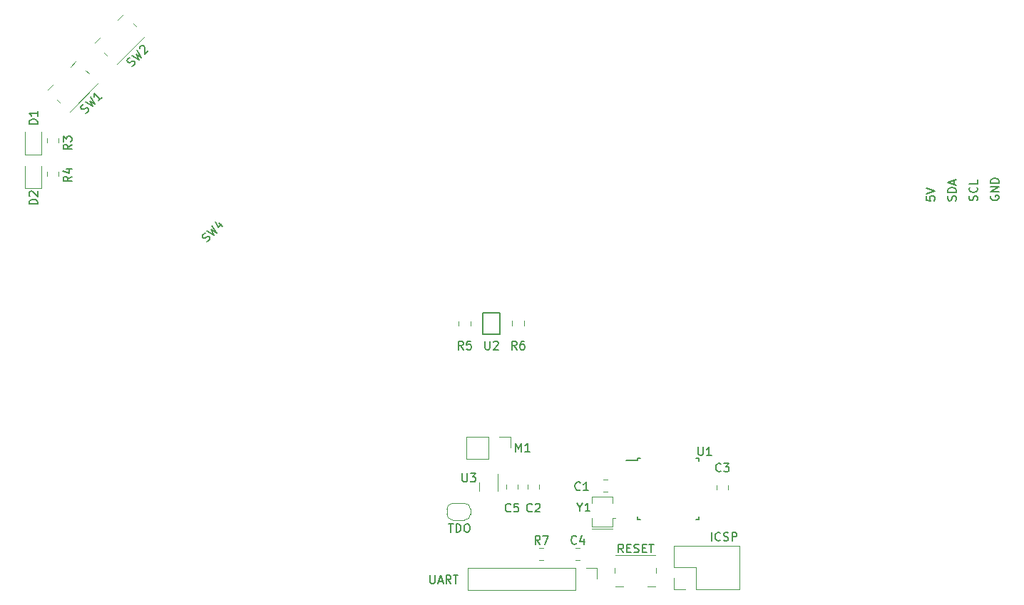
<source format=gbr>
G04 #@! TF.GenerationSoftware,KiCad,Pcbnew,(5.1.5-0-10_14)*
G04 #@! TF.CreationDate,2020-04-05T12:42:30-04:00*
G04 #@! TF.ProjectId,mobo,6d6f626f-2e6b-4696-9361-645f70636258,rev?*
G04 #@! TF.SameCoordinates,Original*
G04 #@! TF.FileFunction,Legend,Top*
G04 #@! TF.FilePolarity,Positive*
%FSLAX46Y46*%
G04 Gerber Fmt 4.6, Leading zero omitted, Abs format (unit mm)*
G04 Created by KiCad (PCBNEW (5.1.5-0-10_14)) date 2020-04-05 12:42:30*
%MOMM*%
%LPD*%
G04 APERTURE LIST*
%ADD10C,0.150000*%
%ADD11C,0.200000*%
%ADD12C,0.120000*%
G04 APERTURE END LIST*
D10*
X148247619Y-167952380D02*
X147914285Y-167476190D01*
X147676190Y-167952380D02*
X147676190Y-166952380D01*
X148057142Y-166952380D01*
X148152380Y-167000000D01*
X148200000Y-167047619D01*
X148247619Y-167142857D01*
X148247619Y-167285714D01*
X148200000Y-167380952D01*
X148152380Y-167428571D01*
X148057142Y-167476190D01*
X147676190Y-167476190D01*
X148676190Y-167428571D02*
X149009523Y-167428571D01*
X149152380Y-167952380D02*
X148676190Y-167952380D01*
X148676190Y-166952380D01*
X149152380Y-166952380D01*
X149533333Y-167904761D02*
X149676190Y-167952380D01*
X149914285Y-167952380D01*
X150009523Y-167904761D01*
X150057142Y-167857142D01*
X150104761Y-167761904D01*
X150104761Y-167666666D01*
X150057142Y-167571428D01*
X150009523Y-167523809D01*
X149914285Y-167476190D01*
X149723809Y-167428571D01*
X149628571Y-167380952D01*
X149580952Y-167333333D01*
X149533333Y-167238095D01*
X149533333Y-167142857D01*
X149580952Y-167047619D01*
X149628571Y-167000000D01*
X149723809Y-166952380D01*
X149961904Y-166952380D01*
X150104761Y-167000000D01*
X150533333Y-167428571D02*
X150866666Y-167428571D01*
X151009523Y-167952380D02*
X150533333Y-167952380D01*
X150533333Y-166952380D01*
X151009523Y-166952380D01*
X151295238Y-166952380D02*
X151866666Y-166952380D01*
X151580952Y-167952380D02*
X151580952Y-166952380D01*
X158723809Y-166552380D02*
X158723809Y-165552380D01*
X159771428Y-166457142D02*
X159723809Y-166504761D01*
X159580952Y-166552380D01*
X159485714Y-166552380D01*
X159342857Y-166504761D01*
X159247619Y-166409523D01*
X159200000Y-166314285D01*
X159152380Y-166123809D01*
X159152380Y-165980952D01*
X159200000Y-165790476D01*
X159247619Y-165695238D01*
X159342857Y-165600000D01*
X159485714Y-165552380D01*
X159580952Y-165552380D01*
X159723809Y-165600000D01*
X159771428Y-165647619D01*
X160152380Y-166504761D02*
X160295238Y-166552380D01*
X160533333Y-166552380D01*
X160628571Y-166504761D01*
X160676190Y-166457142D01*
X160723809Y-166361904D01*
X160723809Y-166266666D01*
X160676190Y-166171428D01*
X160628571Y-166123809D01*
X160533333Y-166076190D01*
X160342857Y-166028571D01*
X160247619Y-165980952D01*
X160200000Y-165933333D01*
X160152380Y-165838095D01*
X160152380Y-165742857D01*
X160200000Y-165647619D01*
X160247619Y-165600000D01*
X160342857Y-165552380D01*
X160580952Y-165552380D01*
X160723809Y-165600000D01*
X161152380Y-166552380D02*
X161152380Y-165552380D01*
X161533333Y-165552380D01*
X161628571Y-165600000D01*
X161676190Y-165647619D01*
X161723809Y-165742857D01*
X161723809Y-165885714D01*
X161676190Y-165980952D01*
X161628571Y-166028571D01*
X161533333Y-166076190D01*
X161152380Y-166076190D01*
X127490476Y-164552380D02*
X128061904Y-164552380D01*
X127776190Y-165552380D02*
X127776190Y-164552380D01*
X128395238Y-165552380D02*
X128395238Y-164552380D01*
X128633333Y-164552380D01*
X128776190Y-164600000D01*
X128871428Y-164695238D01*
X128919047Y-164790476D01*
X128966666Y-164980952D01*
X128966666Y-165123809D01*
X128919047Y-165314285D01*
X128871428Y-165409523D01*
X128776190Y-165504761D01*
X128633333Y-165552380D01*
X128395238Y-165552380D01*
X129585714Y-164552380D02*
X129776190Y-164552380D01*
X129871428Y-164600000D01*
X129966666Y-164695238D01*
X130014285Y-164885714D01*
X130014285Y-165219047D01*
X129966666Y-165409523D01*
X129871428Y-165504761D01*
X129776190Y-165552380D01*
X129585714Y-165552380D01*
X129490476Y-165504761D01*
X129395238Y-165409523D01*
X129347619Y-165219047D01*
X129347619Y-164885714D01*
X129395238Y-164695238D01*
X129490476Y-164600000D01*
X129585714Y-164552380D01*
X125304761Y-170652380D02*
X125304761Y-171461904D01*
X125352380Y-171557142D01*
X125400000Y-171604761D01*
X125495238Y-171652380D01*
X125685714Y-171652380D01*
X125780952Y-171604761D01*
X125828571Y-171557142D01*
X125876190Y-171461904D01*
X125876190Y-170652380D01*
X126304761Y-171366666D02*
X126780952Y-171366666D01*
X126209523Y-171652380D02*
X126542857Y-170652380D01*
X126876190Y-171652380D01*
X127780952Y-171652380D02*
X127447619Y-171176190D01*
X127209523Y-171652380D02*
X127209523Y-170652380D01*
X127590476Y-170652380D01*
X127685714Y-170700000D01*
X127733333Y-170747619D01*
X127780952Y-170842857D01*
X127780952Y-170985714D01*
X127733333Y-171080952D01*
X127685714Y-171128571D01*
X127590476Y-171176190D01*
X127209523Y-171176190D01*
X128066666Y-170652380D02*
X128638095Y-170652380D01*
X128352380Y-171652380D02*
X128352380Y-170652380D01*
D11*
X191899000Y-125565904D02*
X191851380Y-125661142D01*
X191851380Y-125804000D01*
X191899000Y-125946857D01*
X191994238Y-126042095D01*
X192089476Y-126089714D01*
X192279952Y-126137333D01*
X192422809Y-126137333D01*
X192613285Y-126089714D01*
X192708523Y-126042095D01*
X192803761Y-125946857D01*
X192851380Y-125804000D01*
X192851380Y-125708761D01*
X192803761Y-125565904D01*
X192756142Y-125518285D01*
X192422809Y-125518285D01*
X192422809Y-125708761D01*
X192851380Y-125089714D02*
X191851380Y-125089714D01*
X192851380Y-124518285D01*
X191851380Y-124518285D01*
X192851380Y-124042095D02*
X191851380Y-124042095D01*
X191851380Y-123804000D01*
X191899000Y-123661142D01*
X191994238Y-123565904D01*
X192089476Y-123518285D01*
X192279952Y-123470666D01*
X192422809Y-123470666D01*
X192613285Y-123518285D01*
X192708523Y-123565904D01*
X192803761Y-123661142D01*
X192851380Y-123804000D01*
X192851380Y-124042095D01*
X190263761Y-126121476D02*
X190311380Y-125978619D01*
X190311380Y-125740523D01*
X190263761Y-125645285D01*
X190216142Y-125597666D01*
X190120904Y-125550047D01*
X190025666Y-125550047D01*
X189930428Y-125597666D01*
X189882809Y-125645285D01*
X189835190Y-125740523D01*
X189787571Y-125931000D01*
X189739952Y-126026238D01*
X189692333Y-126073857D01*
X189597095Y-126121476D01*
X189501857Y-126121476D01*
X189406619Y-126073857D01*
X189359000Y-126026238D01*
X189311380Y-125931000D01*
X189311380Y-125692904D01*
X189359000Y-125550047D01*
X190216142Y-124550047D02*
X190263761Y-124597666D01*
X190311380Y-124740523D01*
X190311380Y-124835761D01*
X190263761Y-124978619D01*
X190168523Y-125073857D01*
X190073285Y-125121476D01*
X189882809Y-125169095D01*
X189739952Y-125169095D01*
X189549476Y-125121476D01*
X189454238Y-125073857D01*
X189359000Y-124978619D01*
X189311380Y-124835761D01*
X189311380Y-124740523D01*
X189359000Y-124597666D01*
X189406619Y-124550047D01*
X190311380Y-123645285D02*
X190311380Y-124121476D01*
X189311380Y-124121476D01*
X187723761Y-126145285D02*
X187771380Y-126002428D01*
X187771380Y-125764333D01*
X187723761Y-125669095D01*
X187676142Y-125621476D01*
X187580904Y-125573857D01*
X187485666Y-125573857D01*
X187390428Y-125621476D01*
X187342809Y-125669095D01*
X187295190Y-125764333D01*
X187247571Y-125954809D01*
X187199952Y-126050047D01*
X187152333Y-126097666D01*
X187057095Y-126145285D01*
X186961857Y-126145285D01*
X186866619Y-126097666D01*
X186819000Y-126050047D01*
X186771380Y-125954809D01*
X186771380Y-125716714D01*
X186819000Y-125573857D01*
X187771380Y-125145285D02*
X186771380Y-125145285D01*
X186771380Y-124907190D01*
X186819000Y-124764333D01*
X186914238Y-124669095D01*
X187009476Y-124621476D01*
X187199952Y-124573857D01*
X187342809Y-124573857D01*
X187533285Y-124621476D01*
X187628523Y-124669095D01*
X187723761Y-124764333D01*
X187771380Y-124907190D01*
X187771380Y-125145285D01*
X187485666Y-124192904D02*
X187485666Y-123716714D01*
X187771380Y-124288142D02*
X186771380Y-123954809D01*
X187771380Y-123621476D01*
X184231380Y-125629476D02*
X184231380Y-126105666D01*
X184707571Y-126153285D01*
X184659952Y-126105666D01*
X184612333Y-126010428D01*
X184612333Y-125772333D01*
X184659952Y-125677095D01*
X184707571Y-125629476D01*
X184802809Y-125581857D01*
X185040904Y-125581857D01*
X185136142Y-125629476D01*
X185183761Y-125677095D01*
X185231380Y-125772333D01*
X185231380Y-126010428D01*
X185183761Y-126105666D01*
X185136142Y-126153285D01*
X184231380Y-125296142D02*
X185231380Y-124962809D01*
X184231380Y-124629476D01*
D12*
X159290000Y-160458578D02*
X159290000Y-159941422D01*
X160710000Y-160458578D02*
X160710000Y-159941422D01*
X83253553Y-109630152D02*
X82599480Y-110284225D01*
X85869848Y-112246447D02*
X82546447Y-115569848D01*
X81362043Y-114526866D02*
X80973134Y-114137957D01*
X84826866Y-111062043D02*
X84437957Y-110673134D01*
X80584225Y-112299480D02*
X79930152Y-112953553D01*
X146358578Y-159290000D02*
X145841422Y-159290000D01*
X146358578Y-160710000D02*
X145841422Y-160710000D01*
X142596422Y-168868000D02*
X143113578Y-168868000D01*
X142596422Y-167448000D02*
X143113578Y-167448000D01*
X77214986Y-118000000D02*
X77214986Y-120685000D01*
X77214986Y-120685000D02*
X79134986Y-120685000D01*
X79134986Y-120685000D02*
X79134986Y-118000000D01*
X79117026Y-124685000D02*
X79117026Y-122000000D01*
X77197026Y-124685000D02*
X79117026Y-124685000D01*
X77197026Y-122000000D02*
X77197026Y-124685000D01*
X162010000Y-172330000D02*
X162010000Y-167130000D01*
X156870000Y-172330000D02*
X162010000Y-172330000D01*
X154270000Y-167130000D02*
X162010000Y-167130000D01*
X156870000Y-172330000D02*
X156870000Y-169730000D01*
X156870000Y-169730000D02*
X154270000Y-169730000D01*
X154270000Y-169730000D02*
X154270000Y-167130000D01*
X155600000Y-172330000D02*
X154270000Y-172330000D01*
X154270000Y-172330000D02*
X154270000Y-171000000D01*
X79790000Y-119261252D02*
X79790000Y-118738748D01*
X81210000Y-119261252D02*
X81210000Y-118738748D01*
X81219853Y-123261252D02*
X81219853Y-122738748D01*
X79799853Y-123261252D02*
X79799853Y-122738748D01*
X130110000Y-140488748D02*
X130110000Y-141011252D01*
X128690000Y-140488748D02*
X128690000Y-141011252D01*
X135040000Y-140961252D02*
X135040000Y-140438748D01*
X136460000Y-140961252D02*
X136460000Y-140438748D01*
X138798252Y-168868000D02*
X138275748Y-168868000D01*
X138798252Y-167448000D02*
X138275748Y-167448000D01*
D10*
X149975000Y-156775000D02*
X149975000Y-157000000D01*
X157225000Y-156775000D02*
X157225000Y-157100000D01*
X157225000Y-164025000D02*
X157225000Y-163700000D01*
X149975000Y-164025000D02*
X149975000Y-163700000D01*
X149975000Y-156775000D02*
X150300000Y-156775000D01*
X149975000Y-164025000D02*
X150300000Y-164025000D01*
X157225000Y-164025000D02*
X156900000Y-164025000D01*
X157225000Y-156775000D02*
X156900000Y-156775000D01*
X149975000Y-157000000D02*
X148550000Y-157000000D01*
X133600000Y-139500000D02*
X131600000Y-139500000D01*
X131600000Y-139500000D02*
X131600000Y-142000000D01*
X131600000Y-142000000D02*
X133600000Y-142000000D01*
X133600000Y-142000000D02*
X133600000Y-139500000D01*
D12*
X146933000Y-161298000D02*
X146933000Y-162098000D01*
X144533000Y-161298000D02*
X146533000Y-161298000D01*
X144533000Y-162098000D02*
X144533000Y-161298000D01*
X144533000Y-164898000D02*
X144533000Y-163898000D01*
X146533000Y-164898000D02*
X144533000Y-164898000D01*
X146933000Y-163898000D02*
X146933000Y-164898000D01*
X146933000Y-163898000D02*
X147333000Y-163898000D01*
X144533000Y-165098000D02*
X146533000Y-165098000D01*
X146533000Y-161298000D02*
X146933000Y-161298000D01*
X146533000Y-164898000D02*
X146933000Y-164898000D01*
X146533000Y-165098000D02*
X146933000Y-165098000D01*
X129768000Y-169757000D02*
X129768000Y-172417000D01*
X142528000Y-169757000D02*
X129768000Y-169757000D01*
X142528000Y-172417000D02*
X129768000Y-172417000D01*
X142528000Y-169757000D02*
X142528000Y-172417000D01*
X143798000Y-169757000D02*
X145128000Y-169757000D01*
X145128000Y-169757000D02*
X145128000Y-171087000D01*
X86184225Y-106699480D02*
X85530152Y-107353553D01*
X90426866Y-105462043D02*
X90037957Y-105073134D01*
X86962043Y-108926866D02*
X86573134Y-108537957D01*
X91469848Y-106646447D02*
X88146447Y-109969848D01*
X88853553Y-104030152D02*
X88199480Y-104684225D01*
X136871000Y-160398578D02*
X136871000Y-159881422D01*
X138291000Y-160398578D02*
X138291000Y-159881422D01*
X134331000Y-159881422D02*
X134331000Y-160398578D01*
X135751000Y-159881422D02*
X135751000Y-160398578D01*
X128000000Y-164100000D02*
G75*
G02X127300000Y-163400000I0J700000D01*
G01*
X127300000Y-162800000D02*
G75*
G02X128000000Y-162100000I700000J0D01*
G01*
X129400000Y-162100000D02*
G75*
G02X130100000Y-162800000I0J-700000D01*
G01*
X130100000Y-163400000D02*
G75*
G02X129400000Y-164100000I-700000J0D01*
G01*
X130100000Y-162800000D02*
X130100000Y-163400000D01*
X128000000Y-162100000D02*
X129400000Y-162100000D01*
X127300000Y-163400000D02*
X127300000Y-162800000D01*
X129400000Y-164100000D02*
X128000000Y-164100000D01*
X129630000Y-154170000D02*
X129630000Y-156830000D01*
X132230000Y-154170000D02*
X129630000Y-154170000D01*
X132230000Y-156830000D02*
X129630000Y-156830000D01*
X132230000Y-154170000D02*
X132230000Y-156830000D01*
X133500000Y-154170000D02*
X134830000Y-154170000D01*
X134830000Y-154170000D02*
X134830000Y-155500000D01*
X131127000Y-160640000D02*
X131127000Y-159640000D01*
X133367000Y-158640000D02*
X133367000Y-160640000D01*
X147350000Y-171950000D02*
X148275000Y-171950000D01*
X147350000Y-168250000D02*
X152050000Y-168250000D01*
X152150000Y-169825000D02*
X152150000Y-170375000D01*
X147250000Y-169825000D02*
X147250000Y-170375000D01*
X151125000Y-171950000D02*
X152050000Y-171950000D01*
D10*
X159833333Y-158257142D02*
X159785714Y-158304761D01*
X159642857Y-158352380D01*
X159547619Y-158352380D01*
X159404761Y-158304761D01*
X159309523Y-158209523D01*
X159261904Y-158114285D01*
X159214285Y-157923809D01*
X159214285Y-157780952D01*
X159261904Y-157590476D01*
X159309523Y-157495238D01*
X159404761Y-157400000D01*
X159547619Y-157352380D01*
X159642857Y-157352380D01*
X159785714Y-157400000D01*
X159833333Y-157447619D01*
X160166666Y-157352380D02*
X160785714Y-157352380D01*
X160452380Y-157733333D01*
X160595238Y-157733333D01*
X160690476Y-157780952D01*
X160738095Y-157828571D01*
X160785714Y-157923809D01*
X160785714Y-158161904D01*
X160738095Y-158257142D01*
X160690476Y-158304761D01*
X160595238Y-158352380D01*
X160309523Y-158352380D01*
X160214285Y-158304761D01*
X160166666Y-158257142D01*
X84402400Y-115734018D02*
X84537087Y-115666675D01*
X84705446Y-115498316D01*
X84739118Y-115397301D01*
X84739118Y-115329957D01*
X84705446Y-115228942D01*
X84638103Y-115161599D01*
X84537087Y-115127927D01*
X84469744Y-115127927D01*
X84368729Y-115161599D01*
X84200370Y-115262614D01*
X84099355Y-115296286D01*
X84032011Y-115296286D01*
X83930996Y-115262614D01*
X83863652Y-115195270D01*
X83829981Y-115094255D01*
X83829981Y-115026912D01*
X83863652Y-114925896D01*
X84032011Y-114757538D01*
X84166698Y-114690194D01*
X84368729Y-114420820D02*
X85244194Y-114959568D01*
X84873805Y-114319805D01*
X85513568Y-114690194D01*
X84974820Y-113814729D01*
X86321690Y-113882072D02*
X85917629Y-114286133D01*
X86119660Y-114084103D02*
X85412553Y-113376996D01*
X85446225Y-113545355D01*
X85446225Y-113680042D01*
X85412553Y-113781057D01*
X143139333Y-160484142D02*
X143091714Y-160531761D01*
X142948857Y-160579380D01*
X142853619Y-160579380D01*
X142710761Y-160531761D01*
X142615523Y-160436523D01*
X142567904Y-160341285D01*
X142520285Y-160150809D01*
X142520285Y-160007952D01*
X142567904Y-159817476D01*
X142615523Y-159722238D01*
X142710761Y-159627000D01*
X142853619Y-159579380D01*
X142948857Y-159579380D01*
X143091714Y-159627000D01*
X143139333Y-159674619D01*
X144091714Y-160579380D02*
X143520285Y-160579380D01*
X143806000Y-160579380D02*
X143806000Y-159579380D01*
X143710761Y-159722238D01*
X143615523Y-159817476D01*
X143520285Y-159865095D01*
X142688333Y-166865142D02*
X142640714Y-166912761D01*
X142497857Y-166960380D01*
X142402619Y-166960380D01*
X142259761Y-166912761D01*
X142164523Y-166817523D01*
X142116904Y-166722285D01*
X142069285Y-166531809D01*
X142069285Y-166388952D01*
X142116904Y-166198476D01*
X142164523Y-166103238D01*
X142259761Y-166008000D01*
X142402619Y-165960380D01*
X142497857Y-165960380D01*
X142640714Y-166008000D01*
X142688333Y-166055619D01*
X143545476Y-166293714D02*
X143545476Y-166960380D01*
X143307380Y-165912761D02*
X143069285Y-166627047D01*
X143688333Y-166627047D01*
X78699208Y-117044018D02*
X77699208Y-117044018D01*
X77699208Y-116805923D01*
X77746828Y-116663065D01*
X77842066Y-116567827D01*
X77937304Y-116520208D01*
X78127780Y-116472589D01*
X78270637Y-116472589D01*
X78461113Y-116520208D01*
X78556351Y-116567827D01*
X78651589Y-116663065D01*
X78699208Y-116805923D01*
X78699208Y-117044018D01*
X78699208Y-115520208D02*
X78699208Y-116091637D01*
X78699208Y-115805923D02*
X77699208Y-115805923D01*
X77842066Y-115901161D01*
X77937304Y-115996399D01*
X77984923Y-116091637D01*
X78699209Y-126557895D02*
X77699209Y-126557895D01*
X77699209Y-126319800D01*
X77746829Y-126176942D01*
X77842067Y-126081704D01*
X77937305Y-126034085D01*
X78127781Y-125986466D01*
X78270638Y-125986466D01*
X78461114Y-126034085D01*
X78556352Y-126081704D01*
X78651590Y-126176942D01*
X78699209Y-126319800D01*
X78699209Y-126557895D01*
X77794448Y-125605514D02*
X77746829Y-125557895D01*
X77699209Y-125462657D01*
X77699209Y-125224561D01*
X77746829Y-125129323D01*
X77794448Y-125081704D01*
X77889686Y-125034085D01*
X77984924Y-125034085D01*
X78127781Y-125081704D01*
X78699209Y-125653133D01*
X78699209Y-125034085D01*
X82752380Y-119466666D02*
X82276190Y-119800000D01*
X82752380Y-120038095D02*
X81752380Y-120038095D01*
X81752380Y-119657142D01*
X81800000Y-119561904D01*
X81847619Y-119514285D01*
X81942857Y-119466666D01*
X82085714Y-119466666D01*
X82180952Y-119514285D01*
X82228571Y-119561904D01*
X82276190Y-119657142D01*
X82276190Y-120038095D01*
X81752380Y-119133333D02*
X81752380Y-118514285D01*
X82133333Y-118847619D01*
X82133333Y-118704761D01*
X82180952Y-118609523D01*
X82228571Y-118561904D01*
X82323809Y-118514285D01*
X82561904Y-118514285D01*
X82657142Y-118561904D01*
X82704761Y-118609523D01*
X82752380Y-118704761D01*
X82752380Y-118990476D01*
X82704761Y-119085714D01*
X82657142Y-119133333D01*
X82752380Y-123266666D02*
X82276190Y-123600000D01*
X82752380Y-123838095D02*
X81752380Y-123838095D01*
X81752380Y-123457142D01*
X81800000Y-123361904D01*
X81847619Y-123314285D01*
X81942857Y-123266666D01*
X82085714Y-123266666D01*
X82180952Y-123314285D01*
X82228571Y-123361904D01*
X82276190Y-123457142D01*
X82276190Y-123838095D01*
X82085714Y-122409523D02*
X82752380Y-122409523D01*
X81704761Y-122647619D02*
X82419047Y-122885714D01*
X82419047Y-122266666D01*
X129233333Y-143852380D02*
X128900000Y-143376190D01*
X128661904Y-143852380D02*
X128661904Y-142852380D01*
X129042857Y-142852380D01*
X129138095Y-142900000D01*
X129185714Y-142947619D01*
X129233333Y-143042857D01*
X129233333Y-143185714D01*
X129185714Y-143280952D01*
X129138095Y-143328571D01*
X129042857Y-143376190D01*
X128661904Y-143376190D01*
X130138095Y-142852380D02*
X129661904Y-142852380D01*
X129614285Y-143328571D01*
X129661904Y-143280952D01*
X129757142Y-143233333D01*
X129995238Y-143233333D01*
X130090476Y-143280952D01*
X130138095Y-143328571D01*
X130185714Y-143423809D01*
X130185714Y-143661904D01*
X130138095Y-143757142D01*
X130090476Y-143804761D01*
X129995238Y-143852380D01*
X129757142Y-143852380D01*
X129661904Y-143804761D01*
X129614285Y-143757142D01*
X135583333Y-143852380D02*
X135250000Y-143376190D01*
X135011904Y-143852380D02*
X135011904Y-142852380D01*
X135392857Y-142852380D01*
X135488095Y-142900000D01*
X135535714Y-142947619D01*
X135583333Y-143042857D01*
X135583333Y-143185714D01*
X135535714Y-143280952D01*
X135488095Y-143328571D01*
X135392857Y-143376190D01*
X135011904Y-143376190D01*
X136440476Y-142852380D02*
X136250000Y-142852380D01*
X136154761Y-142900000D01*
X136107142Y-142947619D01*
X136011904Y-143090476D01*
X135964285Y-143280952D01*
X135964285Y-143661904D01*
X136011904Y-143757142D01*
X136059523Y-143804761D01*
X136154761Y-143852380D01*
X136345238Y-143852380D01*
X136440476Y-143804761D01*
X136488095Y-143757142D01*
X136535714Y-143661904D01*
X136535714Y-143423809D01*
X136488095Y-143328571D01*
X136440476Y-143280952D01*
X136345238Y-143233333D01*
X136154761Y-143233333D01*
X136059523Y-143280952D01*
X136011904Y-143328571D01*
X135964285Y-143423809D01*
X138370333Y-166959380D02*
X138037000Y-166483190D01*
X137798904Y-166959380D02*
X137798904Y-165959380D01*
X138179857Y-165959380D01*
X138275095Y-166007000D01*
X138322714Y-166054619D01*
X138370333Y-166149857D01*
X138370333Y-166292714D01*
X138322714Y-166387952D01*
X138275095Y-166435571D01*
X138179857Y-166483190D01*
X137798904Y-166483190D01*
X138703666Y-165959380D02*
X139370333Y-165959380D01*
X138941761Y-166959380D01*
X157156095Y-155407380D02*
X157156095Y-156216904D01*
X157203714Y-156312142D01*
X157251333Y-156359761D01*
X157346571Y-156407380D01*
X157537047Y-156407380D01*
X157632285Y-156359761D01*
X157679904Y-156312142D01*
X157727523Y-156216904D01*
X157727523Y-155407380D01*
X158727523Y-156407380D02*
X158156095Y-156407380D01*
X158441809Y-156407380D02*
X158441809Y-155407380D01*
X158346571Y-155550238D01*
X158251333Y-155645476D01*
X158156095Y-155693095D01*
X131838095Y-142852380D02*
X131838095Y-143661904D01*
X131885714Y-143757142D01*
X131933333Y-143804761D01*
X132028571Y-143852380D01*
X132219047Y-143852380D01*
X132314285Y-143804761D01*
X132361904Y-143757142D01*
X132409523Y-143661904D01*
X132409523Y-142852380D01*
X132838095Y-142947619D02*
X132885714Y-142900000D01*
X132980952Y-142852380D01*
X133219047Y-142852380D01*
X133314285Y-142900000D01*
X133361904Y-142947619D01*
X133409523Y-143042857D01*
X133409523Y-143138095D01*
X133361904Y-143280952D01*
X132790476Y-143852380D01*
X133409523Y-143852380D01*
X143097809Y-162566190D02*
X143097809Y-163042380D01*
X142764476Y-162042380D02*
X143097809Y-162566190D01*
X143431142Y-162042380D01*
X144288285Y-163042380D02*
X143716857Y-163042380D01*
X144002571Y-163042380D02*
X144002571Y-162042380D01*
X143907333Y-162185238D01*
X143812095Y-162280476D01*
X143716857Y-162328095D01*
X89926200Y-110184817D02*
X90060887Y-110117474D01*
X90229246Y-109949115D01*
X90262918Y-109848100D01*
X90262918Y-109780756D01*
X90229246Y-109679741D01*
X90161903Y-109612398D01*
X90060887Y-109578726D01*
X89993544Y-109578726D01*
X89892529Y-109612398D01*
X89724170Y-109713413D01*
X89623155Y-109747085D01*
X89555811Y-109747085D01*
X89454796Y-109713413D01*
X89387452Y-109646069D01*
X89353781Y-109545054D01*
X89353781Y-109477711D01*
X89387452Y-109376695D01*
X89555811Y-109208337D01*
X89690498Y-109140993D01*
X89892529Y-108871619D02*
X90767994Y-109410367D01*
X90397605Y-108770604D01*
X91037368Y-109140993D01*
X90498620Y-108265528D01*
X90801666Y-108097169D02*
X90801666Y-108029825D01*
X90835338Y-107928810D01*
X91003696Y-107760451D01*
X91104712Y-107726780D01*
X91172055Y-107726780D01*
X91273070Y-107760451D01*
X91340414Y-107827795D01*
X91407757Y-107962482D01*
X91407757Y-108770604D01*
X91845490Y-108332871D01*
X137414333Y-163037142D02*
X137366714Y-163084761D01*
X137223857Y-163132380D01*
X137128619Y-163132380D01*
X136985761Y-163084761D01*
X136890523Y-162989523D01*
X136842904Y-162894285D01*
X136795285Y-162703809D01*
X136795285Y-162560952D01*
X136842904Y-162370476D01*
X136890523Y-162275238D01*
X136985761Y-162180000D01*
X137128619Y-162132380D01*
X137223857Y-162132380D01*
X137366714Y-162180000D01*
X137414333Y-162227619D01*
X137795285Y-162227619D02*
X137842904Y-162180000D01*
X137938142Y-162132380D01*
X138176238Y-162132380D01*
X138271476Y-162180000D01*
X138319095Y-162227619D01*
X138366714Y-162322857D01*
X138366714Y-162418095D01*
X138319095Y-162560952D01*
X137747666Y-163132380D01*
X138366714Y-163132380D01*
X134874333Y-163037142D02*
X134826714Y-163084761D01*
X134683857Y-163132380D01*
X134588619Y-163132380D01*
X134445761Y-163084761D01*
X134350523Y-162989523D01*
X134302904Y-162894285D01*
X134255285Y-162703809D01*
X134255285Y-162560952D01*
X134302904Y-162370476D01*
X134350523Y-162275238D01*
X134445761Y-162180000D01*
X134588619Y-162132380D01*
X134683857Y-162132380D01*
X134826714Y-162180000D01*
X134874333Y-162227619D01*
X135779095Y-162132380D02*
X135302904Y-162132380D01*
X135255285Y-162608571D01*
X135302904Y-162560952D01*
X135398142Y-162513333D01*
X135636238Y-162513333D01*
X135731476Y-162560952D01*
X135779095Y-162608571D01*
X135826714Y-162703809D01*
X135826714Y-162941904D01*
X135779095Y-163037142D01*
X135731476Y-163084761D01*
X135636238Y-163132380D01*
X135398142Y-163132380D01*
X135302904Y-163084761D01*
X135255285Y-163037142D01*
X135484476Y-155952380D02*
X135484476Y-154952380D01*
X135817809Y-155666666D01*
X136151142Y-154952380D01*
X136151142Y-155952380D01*
X137151142Y-155952380D02*
X136579714Y-155952380D01*
X136865428Y-155952380D02*
X136865428Y-154952380D01*
X136770190Y-155095238D01*
X136674952Y-155190476D01*
X136579714Y-155238095D01*
X129138095Y-158552380D02*
X129138095Y-159361904D01*
X129185714Y-159457142D01*
X129233333Y-159504761D01*
X129328571Y-159552380D01*
X129519047Y-159552380D01*
X129614285Y-159504761D01*
X129661904Y-159457142D01*
X129709523Y-159361904D01*
X129709523Y-158552380D01*
X130090476Y-158552380D02*
X130709523Y-158552380D01*
X130376190Y-158933333D01*
X130519047Y-158933333D01*
X130614285Y-158980952D01*
X130661904Y-159028571D01*
X130709523Y-159123809D01*
X130709523Y-159361904D01*
X130661904Y-159457142D01*
X130614285Y-159504761D01*
X130519047Y-159552380D01*
X130233333Y-159552380D01*
X130138095Y-159504761D01*
X130090476Y-159457142D01*
X98833528Y-131027044D02*
X98968215Y-130959701D01*
X99136574Y-130791342D01*
X99170246Y-130690327D01*
X99170246Y-130622983D01*
X99136574Y-130521968D01*
X99069231Y-130454625D01*
X98968215Y-130420953D01*
X98900872Y-130420953D01*
X98799857Y-130454625D01*
X98631498Y-130555640D01*
X98530483Y-130589312D01*
X98463139Y-130589312D01*
X98362124Y-130555640D01*
X98294780Y-130488296D01*
X98261109Y-130387281D01*
X98261109Y-130319938D01*
X98294780Y-130218922D01*
X98463139Y-130050564D01*
X98597826Y-129983220D01*
X98799857Y-129713846D02*
X99675322Y-130252594D01*
X99304933Y-129612831D01*
X99944696Y-129983220D01*
X99405948Y-129107755D01*
X100214070Y-128771037D02*
X100685475Y-129242442D01*
X99776337Y-128670022D02*
X100113055Y-129343457D01*
X100550788Y-128905724D01*
M02*

</source>
